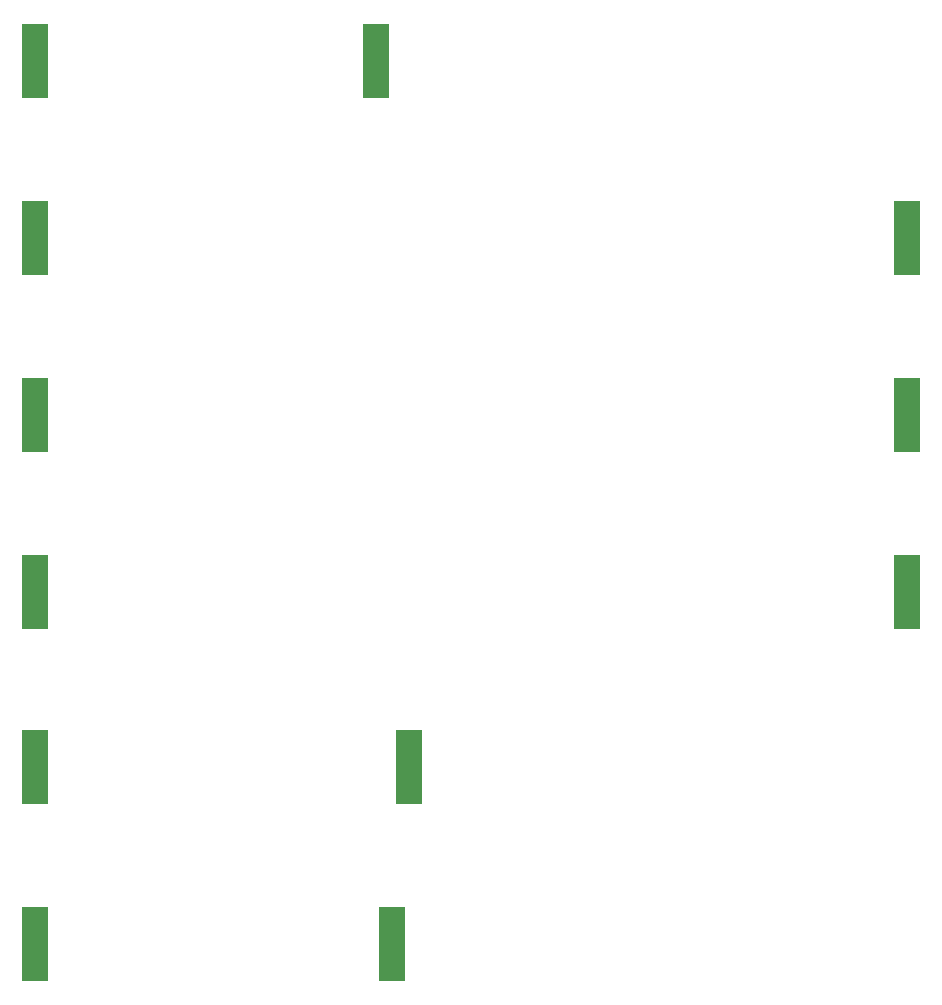
<source format=gbp>
G04 #@! TF.GenerationSoftware,KiCad,Pcbnew,(5.1.5)-2*
G04 #@! TF.CreationDate,2020-02-16T11:04:41+01:00*
G04 #@! TF.ProjectId,OSHPark_4Layers_trl-board_v0_1,4f534850-6172-46b5-9f34-4c6179657273,rev?*
G04 #@! TF.SameCoordinates,Original*
G04 #@! TF.FileFunction,Paste,Bot*
G04 #@! TF.FilePolarity,Positive*
%FSLAX46Y46*%
G04 Gerber Fmt 4.6, Leading zero omitted, Abs format (unit mm)*
G04 Created by KiCad (PCBNEW (5.1.5)-2) date 2020-02-16 11:04:41*
%MOMM*%
%LPD*%
G04 APERTURE LIST*
%ADD10R,2.184400X6.299200*%
G04 APERTURE END LIST*
D10*
X214307800Y-165000000D03*
X184092200Y-165000000D03*
X215737800Y-150000000D03*
X184092200Y-150000000D03*
X257907800Y-135250000D03*
X184092200Y-135250000D03*
X257907800Y-120250000D03*
X184092200Y-120250000D03*
X257907800Y-105250000D03*
X184092200Y-105250000D03*
X212907800Y-90250000D03*
X184092200Y-90250000D03*
M02*

</source>
